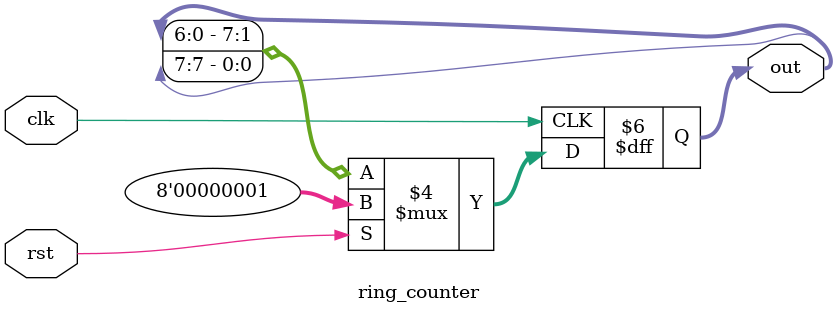
<source format=v>
module ring_counter(
    input clk,          // Clock input
    input rst,          // Synchronous reset input
    output reg [7:0] out // 8-bit output of the counter
);

// Initial block for simulation purposes, to define the initial output state
initial begin
    out = 8'b00000001;  // Initialize with first bit set
end

// Logic for the ring counter
always @(posedge clk) begin
    if (rst) begin
        out <= 8'b00000001; // Reset the counter to the initial state
    end else begin
        out <= {out[6:0], out[7]}; // Rotate the bits to the left
    end
end

endmodule

</source>
